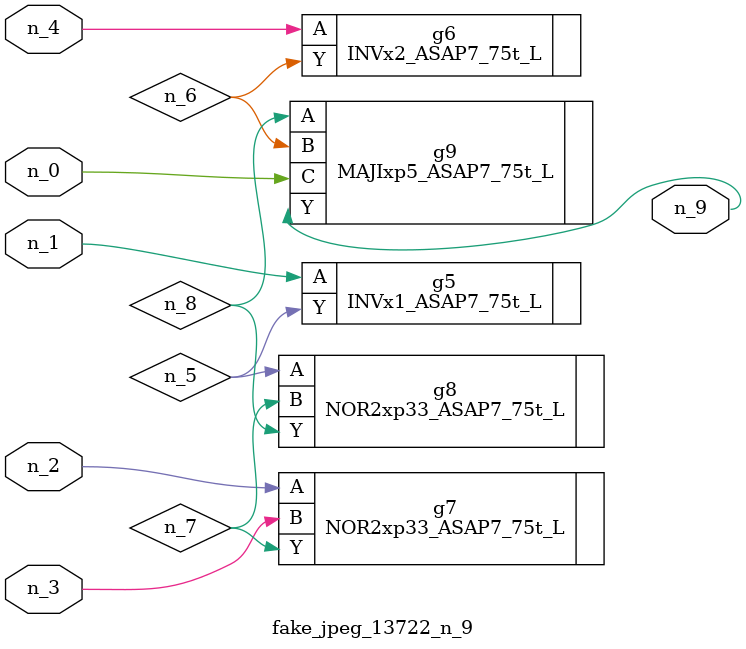
<source format=v>
module fake_jpeg_13722_n_9 (n_3, n_2, n_1, n_0, n_4, n_9);

input n_3;
input n_2;
input n_1;
input n_0;
input n_4;

output n_9;

wire n_8;
wire n_6;
wire n_5;
wire n_7;

INVx1_ASAP7_75t_L g5 ( 
.A(n_1),
.Y(n_5)
);

INVx2_ASAP7_75t_L g6 ( 
.A(n_4),
.Y(n_6)
);

NOR2xp33_ASAP7_75t_L g7 ( 
.A(n_2),
.B(n_3),
.Y(n_7)
);

NOR2xp33_ASAP7_75t_L g8 ( 
.A(n_5),
.B(n_7),
.Y(n_8)
);

MAJIxp5_ASAP7_75t_L g9 ( 
.A(n_8),
.B(n_6),
.C(n_0),
.Y(n_9)
);


endmodule
</source>
